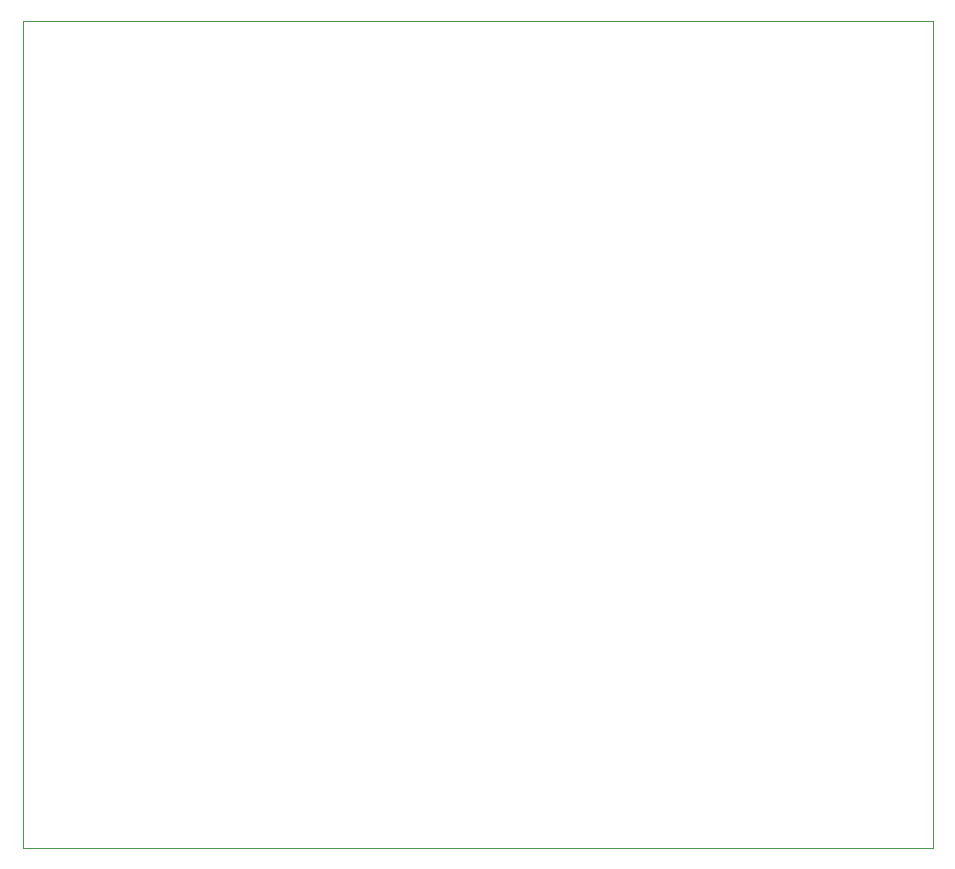
<source format=gbr>
%TF.GenerationSoftware,KiCad,Pcbnew,8.0.5*%
%TF.CreationDate,2024-10-20T15:53:25-05:00*%
%TF.ProjectId,hackpad,6861636b-7061-4642-9e6b-696361645f70,rev?*%
%TF.SameCoordinates,Original*%
%TF.FileFunction,Profile,NP*%
%FSLAX46Y46*%
G04 Gerber Fmt 4.6, Leading zero omitted, Abs format (unit mm)*
G04 Created by KiCad (PCBNEW 8.0.5) date 2024-10-20 15:53:25*
%MOMM*%
%LPD*%
G01*
G04 APERTURE LIST*
%TA.AperFunction,Profile*%
%ADD10C,0.050000*%
%TD*%
G04 APERTURE END LIST*
D10*
X72750000Y-86750000D02*
X149750000Y-86750000D01*
X72750000Y-16750000D02*
X72750000Y-86750000D01*
X72750000Y-16750000D02*
X149750000Y-16750000D01*
X149750000Y-86750000D02*
X149750000Y-16750000D01*
M02*

</source>
